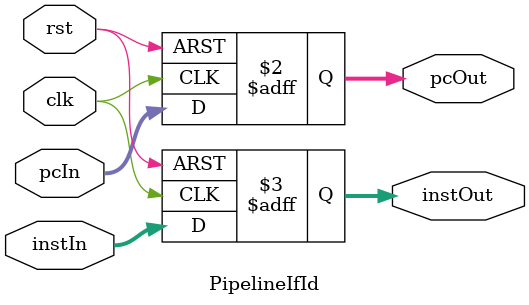
<source format=v>
module PipelineIfId(
    input clk, input rst,
    input [31:0] pcIn,
    input [31:0] instIn,
    output reg [31:0] pcOut,
    output reg [31:0] instOut
);
    always @(negedge clk or posedge rst) begin
        if (rst) begin
            pcOut <= 0; instOut <= 0;
        end else begin
            pcOut <= pcIn; instOut <= instIn;
        end
    end
endmodule
</source>
